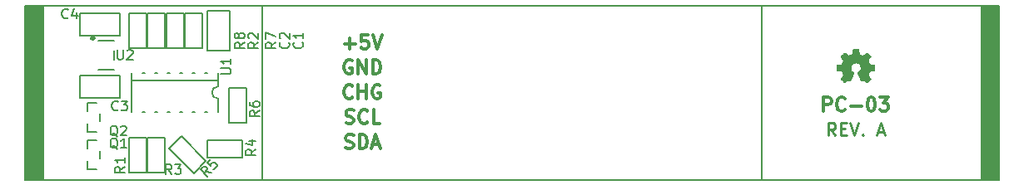
<source format=gto>
G04 #@! TF.FileFunction,Legend,Top*
%FSLAX46Y46*%
G04 Gerber Fmt 4.6, Leading zero omitted, Abs format (unit mm)*
G04 Created by KiCad (PCBNEW (2016-05-03 BZR 6266)-product) date Thu Jul 21 03:13:36 2016*
%MOMM*%
%LPD*%
G01*
G04 APERTURE LIST*
%ADD10C,0.350000*%
%ADD11C,0.200000*%
%ADD12C,0.254000*%
%ADD13C,0.304800*%
%ADD14C,0.300000*%
%ADD15C,0.150000*%
%ADD16C,0.180000*%
%ADD17C,0.002540*%
G04 APERTURE END LIST*
D10*
D11*
X173990000Y-113538000D02*
X173990000Y-95758000D01*
X123190000Y-113538000D02*
X123190000Y-95758000D01*
D12*
X181458810Y-109032524D02*
X181035477Y-108427762D01*
X180733096Y-109032524D02*
X180733096Y-107762524D01*
X181216905Y-107762524D01*
X181337858Y-107823000D01*
X181398334Y-107883476D01*
X181458810Y-108004429D01*
X181458810Y-108185857D01*
X181398334Y-108306810D01*
X181337858Y-108367286D01*
X181216905Y-108427762D01*
X180733096Y-108427762D01*
X182003096Y-108367286D02*
X182426429Y-108367286D01*
X182607858Y-109032524D02*
X182003096Y-109032524D01*
X182003096Y-107762524D01*
X182607858Y-107762524D01*
X182970715Y-107762524D02*
X183394049Y-109032524D01*
X183817382Y-107762524D01*
X184240715Y-108911571D02*
X184301191Y-108972048D01*
X184240715Y-109032524D01*
X184180239Y-108972048D01*
X184240715Y-108911571D01*
X184240715Y-109032524D01*
X185752620Y-108669667D02*
X186357382Y-108669667D01*
X185631667Y-109032524D02*
X186055001Y-107762524D01*
X186478334Y-109032524D01*
D13*
X180255334Y-106549976D02*
X180255334Y-105152976D01*
X180787525Y-105152976D01*
X180920572Y-105219500D01*
X180987096Y-105286024D01*
X181053620Y-105419071D01*
X181053620Y-105618643D01*
X180987096Y-105751690D01*
X180920572Y-105818214D01*
X180787525Y-105884738D01*
X180255334Y-105884738D01*
X182450620Y-106416929D02*
X182384096Y-106483452D01*
X182184525Y-106549976D01*
X182051477Y-106549976D01*
X181851905Y-106483452D01*
X181718858Y-106350405D01*
X181652334Y-106217357D01*
X181585810Y-105951262D01*
X181585810Y-105751690D01*
X181652334Y-105485595D01*
X181718858Y-105352548D01*
X181851905Y-105219500D01*
X182051477Y-105152976D01*
X182184525Y-105152976D01*
X182384096Y-105219500D01*
X182450620Y-105286024D01*
X183049334Y-106017786D02*
X184113715Y-106017786D01*
X185045048Y-105152976D02*
X185178096Y-105152976D01*
X185311144Y-105219500D01*
X185377667Y-105286024D01*
X185444191Y-105419071D01*
X185510715Y-105685167D01*
X185510715Y-106017786D01*
X185444191Y-106283881D01*
X185377667Y-106416929D01*
X185311144Y-106483452D01*
X185178096Y-106549976D01*
X185045048Y-106549976D01*
X184912001Y-106483452D01*
X184845477Y-106416929D01*
X184778953Y-106283881D01*
X184712429Y-106017786D01*
X184712429Y-105685167D01*
X184778953Y-105419071D01*
X184845477Y-105286024D01*
X184912001Y-105219500D01*
X185045048Y-105152976D01*
X185976381Y-105152976D02*
X186841191Y-105152976D01*
X186375524Y-105685167D01*
X186575096Y-105685167D01*
X186708143Y-105751690D01*
X186774667Y-105818214D01*
X186841191Y-105951262D01*
X186841191Y-106283881D01*
X186774667Y-106416929D01*
X186708143Y-106483452D01*
X186575096Y-106549976D01*
X186175953Y-106549976D01*
X186042905Y-106483452D01*
X185976381Y-106416929D01*
D14*
X131653643Y-110293452D02*
X131853215Y-110359976D01*
X132185834Y-110359976D01*
X132318881Y-110293452D01*
X132385405Y-110226929D01*
X132451929Y-110093881D01*
X132451929Y-109960833D01*
X132385405Y-109827786D01*
X132318881Y-109761262D01*
X132185834Y-109694738D01*
X131919738Y-109628214D01*
X131786691Y-109561690D01*
X131720167Y-109495167D01*
X131653643Y-109362119D01*
X131653643Y-109229071D01*
X131720167Y-109096024D01*
X131786691Y-109029500D01*
X131919738Y-108962976D01*
X132252358Y-108962976D01*
X132451929Y-109029500D01*
X133050643Y-110359976D02*
X133050643Y-108962976D01*
X133383262Y-108962976D01*
X133582834Y-109029500D01*
X133715881Y-109162548D01*
X133782405Y-109295595D01*
X133848929Y-109561690D01*
X133848929Y-109761262D01*
X133782405Y-110027357D01*
X133715881Y-110160405D01*
X133582834Y-110293452D01*
X133383262Y-110359976D01*
X133050643Y-110359976D01*
X134381119Y-109960833D02*
X135046357Y-109960833D01*
X134248072Y-110359976D02*
X134713738Y-108962976D01*
X135179405Y-110359976D01*
X131686905Y-107753452D02*
X131886477Y-107819976D01*
X132219096Y-107819976D01*
X132352143Y-107753452D01*
X132418667Y-107686929D01*
X132485191Y-107553881D01*
X132485191Y-107420833D01*
X132418667Y-107287786D01*
X132352143Y-107221262D01*
X132219096Y-107154738D01*
X131953000Y-107088214D01*
X131819953Y-107021690D01*
X131753429Y-106955167D01*
X131686905Y-106822119D01*
X131686905Y-106689071D01*
X131753429Y-106556024D01*
X131819953Y-106489500D01*
X131953000Y-106422976D01*
X132285620Y-106422976D01*
X132485191Y-106489500D01*
X133882191Y-107686929D02*
X133815667Y-107753452D01*
X133616096Y-107819976D01*
X133483048Y-107819976D01*
X133283476Y-107753452D01*
X133150429Y-107620405D01*
X133083905Y-107487357D01*
X133017381Y-107221262D01*
X133017381Y-107021690D01*
X133083905Y-106755595D01*
X133150429Y-106622548D01*
X133283476Y-106489500D01*
X133483048Y-106422976D01*
X133616096Y-106422976D01*
X133815667Y-106489500D01*
X133882191Y-106556024D01*
X135146143Y-107819976D02*
X134480905Y-107819976D01*
X134480905Y-106422976D01*
X132352143Y-105146929D02*
X132285619Y-105213452D01*
X132086048Y-105279976D01*
X131953000Y-105279976D01*
X131753428Y-105213452D01*
X131620381Y-105080405D01*
X131553857Y-104947357D01*
X131487333Y-104681262D01*
X131487333Y-104481690D01*
X131553857Y-104215595D01*
X131620381Y-104082548D01*
X131753428Y-103949500D01*
X131953000Y-103882976D01*
X132086048Y-103882976D01*
X132285619Y-103949500D01*
X132352143Y-104016024D01*
X132950857Y-105279976D02*
X132950857Y-103882976D01*
X132950857Y-104548214D02*
X133749143Y-104548214D01*
X133749143Y-105279976D02*
X133749143Y-103882976D01*
X135146143Y-103949500D02*
X135013095Y-103882976D01*
X134813524Y-103882976D01*
X134613952Y-103949500D01*
X134480905Y-104082548D01*
X134414381Y-104215595D01*
X134347857Y-104481690D01*
X134347857Y-104681262D01*
X134414381Y-104947357D01*
X134480905Y-105080405D01*
X134613952Y-105213452D01*
X134813524Y-105279976D01*
X134946572Y-105279976D01*
X135146143Y-105213452D01*
X135212667Y-105146929D01*
X135212667Y-104681262D01*
X134946572Y-104681262D01*
X132285619Y-101409500D02*
X132152571Y-101342976D01*
X131953000Y-101342976D01*
X131753428Y-101409500D01*
X131620381Y-101542548D01*
X131553857Y-101675595D01*
X131487333Y-101941690D01*
X131487333Y-102141262D01*
X131553857Y-102407357D01*
X131620381Y-102540405D01*
X131753428Y-102673452D01*
X131953000Y-102739976D01*
X132086048Y-102739976D01*
X132285619Y-102673452D01*
X132352143Y-102606929D01*
X132352143Y-102141262D01*
X132086048Y-102141262D01*
X132950857Y-102739976D02*
X132950857Y-101342976D01*
X133749143Y-102739976D01*
X133749143Y-101342976D01*
X134414381Y-102739976D02*
X134414381Y-101342976D01*
X134747000Y-101342976D01*
X134946572Y-101409500D01*
X135079619Y-101542548D01*
X135146143Y-101675595D01*
X135212667Y-101941690D01*
X135212667Y-102141262D01*
X135146143Y-102407357D01*
X135079619Y-102540405D01*
X134946572Y-102673452D01*
X134747000Y-102739976D01*
X134414381Y-102739976D01*
X131553857Y-99667786D02*
X132618238Y-99667786D01*
X132086048Y-100199976D02*
X132086048Y-99135595D01*
X133948714Y-98802976D02*
X133283476Y-98802976D01*
X133216952Y-99468214D01*
X133283476Y-99401690D01*
X133416524Y-99335167D01*
X133749143Y-99335167D01*
X133882190Y-99401690D01*
X133948714Y-99468214D01*
X134015238Y-99601262D01*
X134015238Y-99933881D01*
X133948714Y-100066929D01*
X133882190Y-100133452D01*
X133749143Y-100199976D01*
X133416524Y-100199976D01*
X133283476Y-100133452D01*
X133216952Y-100066929D01*
X134414381Y-98802976D02*
X134880047Y-100199976D01*
X135345714Y-98802976D01*
D15*
X99060000Y-95758000D02*
X99060000Y-113538000D01*
X198120000Y-95758000D02*
X99060000Y-95758000D01*
X198120000Y-113538000D02*
X198120000Y-95758000D01*
X99060000Y-113538000D02*
X198120000Y-113538000D01*
D16*
X117602000Y-96266000D02*
X117602000Y-100330000D01*
X117602000Y-100330000D02*
X119888000Y-100330000D01*
X119888000Y-100330000D02*
X119888000Y-96266000D01*
X119888000Y-96266000D02*
X117602000Y-96266000D01*
X117094000Y-96520000D02*
X117094000Y-100076000D01*
X117094000Y-100076000D02*
X115316000Y-100076000D01*
X115316000Y-100076000D02*
X115316000Y-96520000D01*
X115316000Y-96520000D02*
X117094000Y-96520000D01*
D14*
X106065000Y-99088000D02*
G75*
G03X106065000Y-99088000I-150000J0D01*
G01*
D16*
X108115000Y-100388000D02*
X108115000Y-101288000D01*
X108115000Y-102288000D02*
X106515000Y-102288000D01*
X108115000Y-99388000D02*
X106515000Y-99388000D01*
X104648000Y-105156000D02*
X108712000Y-105156000D01*
X108712000Y-105156000D02*
X108712000Y-102870000D01*
X108712000Y-102870000D02*
X104648000Y-102870000D01*
X104648000Y-102870000D02*
X104648000Y-105156000D01*
X104648000Y-98806000D02*
X108712000Y-98806000D01*
X108712000Y-98806000D02*
X108712000Y-96520000D01*
X108712000Y-96520000D02*
X104648000Y-96520000D01*
X104648000Y-96520000D02*
X104648000Y-98806000D01*
X105395000Y-112448000D02*
X105395000Y-111648000D01*
X105395000Y-109548000D02*
X105395000Y-110348000D01*
X105395000Y-112448000D02*
X106345000Y-112448000D01*
X105395000Y-109548000D02*
X106345000Y-109548000D01*
X106695000Y-111348000D02*
X106695000Y-110648000D01*
X105395000Y-108638000D02*
X105395000Y-107838000D01*
X105395000Y-105738000D02*
X105395000Y-106538000D01*
X105395000Y-108638000D02*
X106345000Y-108638000D01*
X105395000Y-105738000D02*
X106345000Y-105738000D01*
X106695000Y-107538000D02*
X106695000Y-106838000D01*
D17*
G36*
X182361840Y-103626920D02*
X182382160Y-103616760D01*
X182425340Y-103588820D01*
X182488840Y-103545640D01*
X182565040Y-103497380D01*
X182638700Y-103444040D01*
X182702200Y-103403400D01*
X182745380Y-103375460D01*
X182763160Y-103365300D01*
X182773320Y-103370380D01*
X182808880Y-103385620D01*
X182862220Y-103413560D01*
X182890160Y-103428800D01*
X182938420Y-103449120D01*
X182963820Y-103454200D01*
X182966360Y-103446580D01*
X182984140Y-103411020D01*
X183012080Y-103347520D01*
X183047640Y-103266240D01*
X183088280Y-103169720D01*
X183134000Y-103065580D01*
X183177180Y-102958900D01*
X183220360Y-102857300D01*
X183255920Y-102765860D01*
X183286400Y-102692200D01*
X183306720Y-102641400D01*
X183314340Y-102618540D01*
X183311800Y-102613460D01*
X183286400Y-102590600D01*
X183245760Y-102560120D01*
X183156860Y-102486460D01*
X183065420Y-102374700D01*
X183012080Y-102247700D01*
X182994300Y-102108000D01*
X183009540Y-101981000D01*
X183060340Y-101854000D01*
X183146700Y-101742240D01*
X183253380Y-101658420D01*
X183377840Y-101607620D01*
X183515000Y-101589840D01*
X183647080Y-101605080D01*
X183774080Y-101655880D01*
X183885840Y-101739700D01*
X183934100Y-101795580D01*
X184000140Y-101909880D01*
X184035700Y-102031800D01*
X184040780Y-102062280D01*
X184035700Y-102194360D01*
X183995060Y-102321360D01*
X183923940Y-102435660D01*
X183827420Y-102529640D01*
X183814720Y-102539800D01*
X183769000Y-102572820D01*
X183738520Y-102598220D01*
X183715660Y-102616000D01*
X183885840Y-103027480D01*
X183913780Y-103090980D01*
X183959500Y-103202740D01*
X184000140Y-103299260D01*
X184033160Y-103378000D01*
X184056020Y-103428800D01*
X184066180Y-103449120D01*
X184066180Y-103451660D01*
X184081420Y-103454200D01*
X184114440Y-103441500D01*
X184170320Y-103413560D01*
X184208420Y-103395780D01*
X184251600Y-103372920D01*
X184271920Y-103365300D01*
X184287160Y-103375460D01*
X184330340Y-103400860D01*
X184391300Y-103441500D01*
X184464960Y-103492300D01*
X184533540Y-103540560D01*
X184599580Y-103583740D01*
X184645300Y-103611680D01*
X184668160Y-103624380D01*
X184670700Y-103624380D01*
X184691020Y-103614220D01*
X184729120Y-103583740D01*
X184785000Y-103530400D01*
X184863740Y-103451660D01*
X184876440Y-103438960D01*
X184939940Y-103372920D01*
X184993280Y-103317040D01*
X185028840Y-103278940D01*
X185041540Y-103261160D01*
X185041540Y-103261160D01*
X185028840Y-103238300D01*
X185000900Y-103192580D01*
X184957720Y-103126540D01*
X184906920Y-103050340D01*
X184769760Y-102852220D01*
X184843420Y-102666800D01*
X184866280Y-102610920D01*
X184896760Y-102539800D01*
X184917080Y-102491540D01*
X184929780Y-102468680D01*
X184950100Y-102463600D01*
X185000900Y-102450900D01*
X185074560Y-102435660D01*
X185163460Y-102417880D01*
X185247280Y-102402640D01*
X185323480Y-102389940D01*
X185376820Y-102377240D01*
X185402220Y-102372160D01*
X185407300Y-102369620D01*
X185412380Y-102356920D01*
X185414920Y-102331520D01*
X185417460Y-102285800D01*
X185417460Y-102214680D01*
X185417460Y-102108000D01*
X185417460Y-102100380D01*
X185417460Y-101998780D01*
X185414920Y-101920040D01*
X185412380Y-101866700D01*
X185409840Y-101846380D01*
X185409840Y-101846380D01*
X185386980Y-101838760D01*
X185331100Y-101828600D01*
X185257440Y-101813360D01*
X185166000Y-101795580D01*
X185160920Y-101795580D01*
X185069480Y-101777800D01*
X184995820Y-101762560D01*
X184942480Y-101749860D01*
X184919620Y-101742240D01*
X184914540Y-101737160D01*
X184896760Y-101701600D01*
X184871360Y-101645720D01*
X184840880Y-101577140D01*
X184812940Y-101506020D01*
X184785000Y-101442520D01*
X184769760Y-101396800D01*
X184764680Y-101373940D01*
X184764680Y-101373940D01*
X184777380Y-101351080D01*
X184807860Y-101305360D01*
X184853580Y-101239320D01*
X184904380Y-101163120D01*
X184909460Y-101158040D01*
X184960260Y-101081840D01*
X185003440Y-101018340D01*
X185031380Y-100972620D01*
X185041540Y-100949760D01*
X185041540Y-100949760D01*
X185023760Y-100926900D01*
X184985660Y-100883720D01*
X184929780Y-100825300D01*
X184863740Y-100759260D01*
X184840880Y-100736400D01*
X184767220Y-100665280D01*
X184716420Y-100617020D01*
X184683400Y-100591620D01*
X184668160Y-100586540D01*
X184668160Y-100586540D01*
X184645300Y-100601780D01*
X184597040Y-100632260D01*
X184531000Y-100677980D01*
X184454800Y-100728780D01*
X184449720Y-100733860D01*
X184373520Y-100784660D01*
X184310020Y-100827840D01*
X184264300Y-100858320D01*
X184243980Y-100868480D01*
X184241440Y-100868480D01*
X184210960Y-100860860D01*
X184157620Y-100840540D01*
X184089040Y-100815140D01*
X184020460Y-100787200D01*
X183954420Y-100759260D01*
X183906160Y-100738940D01*
X183885840Y-100726240D01*
X183883300Y-100723700D01*
X183875680Y-100695760D01*
X183862980Y-100639880D01*
X183847740Y-100561140D01*
X183829960Y-100467160D01*
X183827420Y-100454460D01*
X183809640Y-100363020D01*
X183794400Y-100286820D01*
X183784240Y-100236020D01*
X183779160Y-100215700D01*
X183766460Y-100210620D01*
X183720740Y-100208080D01*
X183654700Y-100205540D01*
X183570880Y-100205540D01*
X183487060Y-100205540D01*
X183403240Y-100208080D01*
X183332120Y-100210620D01*
X183278780Y-100213160D01*
X183258460Y-100218240D01*
X183258460Y-100218240D01*
X183248300Y-100248720D01*
X183238140Y-100304600D01*
X183220360Y-100383340D01*
X183202580Y-100477320D01*
X183200040Y-100492560D01*
X183182260Y-100584000D01*
X183167020Y-100657660D01*
X183156860Y-100708460D01*
X183151780Y-100728780D01*
X183141620Y-100733860D01*
X183106060Y-100749100D01*
X183045100Y-100774500D01*
X182968900Y-100804980D01*
X182793640Y-100876100D01*
X182580280Y-100728780D01*
X182562500Y-100716080D01*
X182483760Y-100665280D01*
X182420260Y-100622100D01*
X182377080Y-100594160D01*
X182359300Y-100584000D01*
X182356760Y-100584000D01*
X182336440Y-100601780D01*
X182293260Y-100642420D01*
X182237380Y-100698300D01*
X182168800Y-100766880D01*
X182118000Y-100815140D01*
X182059580Y-100876100D01*
X182024020Y-100916740D01*
X182003700Y-100942140D01*
X181996080Y-100957380D01*
X181996080Y-100967540D01*
X182011320Y-100990400D01*
X182041800Y-101036120D01*
X182087520Y-101102160D01*
X182138320Y-101178360D01*
X182181500Y-101239320D01*
X182227220Y-101312980D01*
X182257700Y-101363780D01*
X182267860Y-101389180D01*
X182265320Y-101399340D01*
X182250080Y-101439980D01*
X182224680Y-101503480D01*
X182194200Y-101579680D01*
X182118000Y-101749860D01*
X182008780Y-101770180D01*
X181940200Y-101782880D01*
X181846220Y-101800660D01*
X181757320Y-101818440D01*
X181615080Y-101846380D01*
X181610000Y-102359460D01*
X181632860Y-102369620D01*
X181653180Y-102374700D01*
X181706520Y-102387400D01*
X181780180Y-102402640D01*
X181866540Y-102417880D01*
X181942740Y-102433120D01*
X182016400Y-102445820D01*
X182072280Y-102455980D01*
X182095140Y-102461060D01*
X182102760Y-102468680D01*
X182120540Y-102506780D01*
X182145940Y-102565200D01*
X182176420Y-102633780D01*
X182206900Y-102707440D01*
X182234840Y-102773480D01*
X182252620Y-102824280D01*
X182260240Y-102849680D01*
X182247540Y-102870000D01*
X182219600Y-102913180D01*
X182178960Y-102976680D01*
X182128160Y-103052880D01*
X182077360Y-103126540D01*
X182034180Y-103190040D01*
X182003700Y-103235760D01*
X181991000Y-103258620D01*
X181996080Y-103271320D01*
X182026560Y-103306880D01*
X182082440Y-103367840D01*
X182166260Y-103449120D01*
X182181500Y-103461820D01*
X182247540Y-103527860D01*
X182303420Y-103578660D01*
X182344060Y-103614220D01*
X182361840Y-103626920D01*
X182361840Y-103626920D01*
G37*
X182361840Y-103626920D02*
X182382160Y-103616760D01*
X182425340Y-103588820D01*
X182488840Y-103545640D01*
X182565040Y-103497380D01*
X182638700Y-103444040D01*
X182702200Y-103403400D01*
X182745380Y-103375460D01*
X182763160Y-103365300D01*
X182773320Y-103370380D01*
X182808880Y-103385620D01*
X182862220Y-103413560D01*
X182890160Y-103428800D01*
X182938420Y-103449120D01*
X182963820Y-103454200D01*
X182966360Y-103446580D01*
X182984140Y-103411020D01*
X183012080Y-103347520D01*
X183047640Y-103266240D01*
X183088280Y-103169720D01*
X183134000Y-103065580D01*
X183177180Y-102958900D01*
X183220360Y-102857300D01*
X183255920Y-102765860D01*
X183286400Y-102692200D01*
X183306720Y-102641400D01*
X183314340Y-102618540D01*
X183311800Y-102613460D01*
X183286400Y-102590600D01*
X183245760Y-102560120D01*
X183156860Y-102486460D01*
X183065420Y-102374700D01*
X183012080Y-102247700D01*
X182994300Y-102108000D01*
X183009540Y-101981000D01*
X183060340Y-101854000D01*
X183146700Y-101742240D01*
X183253380Y-101658420D01*
X183377840Y-101607620D01*
X183515000Y-101589840D01*
X183647080Y-101605080D01*
X183774080Y-101655880D01*
X183885840Y-101739700D01*
X183934100Y-101795580D01*
X184000140Y-101909880D01*
X184035700Y-102031800D01*
X184040780Y-102062280D01*
X184035700Y-102194360D01*
X183995060Y-102321360D01*
X183923940Y-102435660D01*
X183827420Y-102529640D01*
X183814720Y-102539800D01*
X183769000Y-102572820D01*
X183738520Y-102598220D01*
X183715660Y-102616000D01*
X183885840Y-103027480D01*
X183913780Y-103090980D01*
X183959500Y-103202740D01*
X184000140Y-103299260D01*
X184033160Y-103378000D01*
X184056020Y-103428800D01*
X184066180Y-103449120D01*
X184066180Y-103451660D01*
X184081420Y-103454200D01*
X184114440Y-103441500D01*
X184170320Y-103413560D01*
X184208420Y-103395780D01*
X184251600Y-103372920D01*
X184271920Y-103365300D01*
X184287160Y-103375460D01*
X184330340Y-103400860D01*
X184391300Y-103441500D01*
X184464960Y-103492300D01*
X184533540Y-103540560D01*
X184599580Y-103583740D01*
X184645300Y-103611680D01*
X184668160Y-103624380D01*
X184670700Y-103624380D01*
X184691020Y-103614220D01*
X184729120Y-103583740D01*
X184785000Y-103530400D01*
X184863740Y-103451660D01*
X184876440Y-103438960D01*
X184939940Y-103372920D01*
X184993280Y-103317040D01*
X185028840Y-103278940D01*
X185041540Y-103261160D01*
X185041540Y-103261160D01*
X185028840Y-103238300D01*
X185000900Y-103192580D01*
X184957720Y-103126540D01*
X184906920Y-103050340D01*
X184769760Y-102852220D01*
X184843420Y-102666800D01*
X184866280Y-102610920D01*
X184896760Y-102539800D01*
X184917080Y-102491540D01*
X184929780Y-102468680D01*
X184950100Y-102463600D01*
X185000900Y-102450900D01*
X185074560Y-102435660D01*
X185163460Y-102417880D01*
X185247280Y-102402640D01*
X185323480Y-102389940D01*
X185376820Y-102377240D01*
X185402220Y-102372160D01*
X185407300Y-102369620D01*
X185412380Y-102356920D01*
X185414920Y-102331520D01*
X185417460Y-102285800D01*
X185417460Y-102214680D01*
X185417460Y-102108000D01*
X185417460Y-102100380D01*
X185417460Y-101998780D01*
X185414920Y-101920040D01*
X185412380Y-101866700D01*
X185409840Y-101846380D01*
X185409840Y-101846380D01*
X185386980Y-101838760D01*
X185331100Y-101828600D01*
X185257440Y-101813360D01*
X185166000Y-101795580D01*
X185160920Y-101795580D01*
X185069480Y-101777800D01*
X184995820Y-101762560D01*
X184942480Y-101749860D01*
X184919620Y-101742240D01*
X184914540Y-101737160D01*
X184896760Y-101701600D01*
X184871360Y-101645720D01*
X184840880Y-101577140D01*
X184812940Y-101506020D01*
X184785000Y-101442520D01*
X184769760Y-101396800D01*
X184764680Y-101373940D01*
X184764680Y-101373940D01*
X184777380Y-101351080D01*
X184807860Y-101305360D01*
X184853580Y-101239320D01*
X184904380Y-101163120D01*
X184909460Y-101158040D01*
X184960260Y-101081840D01*
X185003440Y-101018340D01*
X185031380Y-100972620D01*
X185041540Y-100949760D01*
X185041540Y-100949760D01*
X185023760Y-100926900D01*
X184985660Y-100883720D01*
X184929780Y-100825300D01*
X184863740Y-100759260D01*
X184840880Y-100736400D01*
X184767220Y-100665280D01*
X184716420Y-100617020D01*
X184683400Y-100591620D01*
X184668160Y-100586540D01*
X184668160Y-100586540D01*
X184645300Y-100601780D01*
X184597040Y-100632260D01*
X184531000Y-100677980D01*
X184454800Y-100728780D01*
X184449720Y-100733860D01*
X184373520Y-100784660D01*
X184310020Y-100827840D01*
X184264300Y-100858320D01*
X184243980Y-100868480D01*
X184241440Y-100868480D01*
X184210960Y-100860860D01*
X184157620Y-100840540D01*
X184089040Y-100815140D01*
X184020460Y-100787200D01*
X183954420Y-100759260D01*
X183906160Y-100738940D01*
X183885840Y-100726240D01*
X183883300Y-100723700D01*
X183875680Y-100695760D01*
X183862980Y-100639880D01*
X183847740Y-100561140D01*
X183829960Y-100467160D01*
X183827420Y-100454460D01*
X183809640Y-100363020D01*
X183794400Y-100286820D01*
X183784240Y-100236020D01*
X183779160Y-100215700D01*
X183766460Y-100210620D01*
X183720740Y-100208080D01*
X183654700Y-100205540D01*
X183570880Y-100205540D01*
X183487060Y-100205540D01*
X183403240Y-100208080D01*
X183332120Y-100210620D01*
X183278780Y-100213160D01*
X183258460Y-100218240D01*
X183258460Y-100218240D01*
X183248300Y-100248720D01*
X183238140Y-100304600D01*
X183220360Y-100383340D01*
X183202580Y-100477320D01*
X183200040Y-100492560D01*
X183182260Y-100584000D01*
X183167020Y-100657660D01*
X183156860Y-100708460D01*
X183151780Y-100728780D01*
X183141620Y-100733860D01*
X183106060Y-100749100D01*
X183045100Y-100774500D01*
X182968900Y-100804980D01*
X182793640Y-100876100D01*
X182580280Y-100728780D01*
X182562500Y-100716080D01*
X182483760Y-100665280D01*
X182420260Y-100622100D01*
X182377080Y-100594160D01*
X182359300Y-100584000D01*
X182356760Y-100584000D01*
X182336440Y-100601780D01*
X182293260Y-100642420D01*
X182237380Y-100698300D01*
X182168800Y-100766880D01*
X182118000Y-100815140D01*
X182059580Y-100876100D01*
X182024020Y-100916740D01*
X182003700Y-100942140D01*
X181996080Y-100957380D01*
X181996080Y-100967540D01*
X182011320Y-100990400D01*
X182041800Y-101036120D01*
X182087520Y-101102160D01*
X182138320Y-101178360D01*
X182181500Y-101239320D01*
X182227220Y-101312980D01*
X182257700Y-101363780D01*
X182267860Y-101389180D01*
X182265320Y-101399340D01*
X182250080Y-101439980D01*
X182224680Y-101503480D01*
X182194200Y-101579680D01*
X182118000Y-101749860D01*
X182008780Y-101770180D01*
X181940200Y-101782880D01*
X181846220Y-101800660D01*
X181757320Y-101818440D01*
X181615080Y-101846380D01*
X181610000Y-102359460D01*
X181632860Y-102369620D01*
X181653180Y-102374700D01*
X181706520Y-102387400D01*
X181780180Y-102402640D01*
X181866540Y-102417880D01*
X181942740Y-102433120D01*
X182016400Y-102445820D01*
X182072280Y-102455980D01*
X182095140Y-102461060D01*
X182102760Y-102468680D01*
X182120540Y-102506780D01*
X182145940Y-102565200D01*
X182176420Y-102633780D01*
X182206900Y-102707440D01*
X182234840Y-102773480D01*
X182252620Y-102824280D01*
X182260240Y-102849680D01*
X182247540Y-102870000D01*
X182219600Y-102913180D01*
X182178960Y-102976680D01*
X182128160Y-103052880D01*
X182077360Y-103126540D01*
X182034180Y-103190040D01*
X182003700Y-103235760D01*
X181991000Y-103258620D01*
X181996080Y-103271320D01*
X182026560Y-103306880D01*
X182082440Y-103367840D01*
X182166260Y-103449120D01*
X182181500Y-103461820D01*
X182247540Y-103527860D01*
X182303420Y-103578660D01*
X182344060Y-103614220D01*
X182361840Y-103626920D01*
D16*
X109601000Y-112776000D02*
X109601000Y-109220000D01*
X109601000Y-109220000D02*
X111379000Y-109220000D01*
X111379000Y-109220000D02*
X111379000Y-112776000D01*
X111379000Y-112776000D02*
X109601000Y-112776000D01*
X113284000Y-96520000D02*
X113284000Y-100076000D01*
X113284000Y-100076000D02*
X111506000Y-100076000D01*
X111506000Y-100076000D02*
X111506000Y-96520000D01*
X111506000Y-96520000D02*
X113284000Y-96520000D01*
X111506000Y-112776000D02*
X111506000Y-109220000D01*
X111506000Y-109220000D02*
X113284000Y-109220000D01*
X113284000Y-109220000D02*
X113284000Y-112776000D01*
X113284000Y-112776000D02*
X111506000Y-112776000D01*
X117602000Y-109474000D02*
X121158000Y-109474000D01*
X121158000Y-109474000D02*
X121158000Y-111252000D01*
X121158000Y-111252000D02*
X117602000Y-111252000D01*
X117602000Y-111252000D02*
X117602000Y-109474000D01*
X114941382Y-109112146D02*
X117455854Y-111626618D01*
X117455854Y-111626618D02*
X116198618Y-112883854D01*
X116198618Y-112883854D02*
X113684146Y-110369382D01*
X113684146Y-110369382D02*
X114941382Y-109112146D01*
X119761000Y-107696000D02*
X119761000Y-104140000D01*
X119761000Y-104140000D02*
X121539000Y-104140000D01*
X121539000Y-104140000D02*
X121539000Y-107696000D01*
X121539000Y-107696000D02*
X119761000Y-107696000D01*
X113411000Y-100076000D02*
X113411000Y-96520000D01*
X113411000Y-96520000D02*
X115189000Y-96520000D01*
X115189000Y-96520000D02*
X115189000Y-100076000D01*
X115189000Y-100076000D02*
X113411000Y-100076000D01*
X109601000Y-100076000D02*
X109601000Y-96520000D01*
X109601000Y-96520000D02*
X111379000Y-96520000D01*
X111379000Y-96520000D02*
X111379000Y-100076000D01*
X111379000Y-100076000D02*
X109601000Y-100076000D01*
X109900000Y-106598000D02*
X109900000Y-102698000D01*
X118700000Y-102698000D02*
X118700000Y-104013000D01*
X118700000Y-105283000D02*
X118700000Y-106598000D01*
X109900000Y-103448000D02*
X118700000Y-103448000D01*
X117602000Y-106598000D02*
X117348000Y-106598000D01*
X116332000Y-106598000D02*
X116078000Y-106598000D01*
X115062000Y-106598000D02*
X114808000Y-106598000D01*
X117602000Y-102698000D02*
X117348000Y-102698000D01*
X116332000Y-102698000D02*
X116078000Y-102698000D01*
X115062000Y-102698000D02*
X114808000Y-102698000D01*
X118700000Y-104013000D02*
G75*
G03X118700000Y-105283000I0J-635000D01*
G01*
X115062000Y-106598000D02*
X114808000Y-106598000D01*
X113792000Y-106598000D02*
X113538000Y-106598000D01*
X112522000Y-106598000D02*
X112268000Y-106598000D01*
X111252000Y-106598000D02*
X110998000Y-106598000D01*
X113792000Y-102698000D02*
X113538000Y-102698000D01*
X112522000Y-102698000D02*
X112268000Y-102698000D01*
X111252000Y-102698000D02*
X110998000Y-102698000D01*
X127238143Y-99520476D02*
X127285762Y-99568095D01*
X127333381Y-99710952D01*
X127333381Y-99806190D01*
X127285762Y-99949048D01*
X127190524Y-100044286D01*
X127095286Y-100091905D01*
X126904810Y-100139524D01*
X126761952Y-100139524D01*
X126571476Y-100091905D01*
X126476238Y-100044286D01*
X126381000Y-99949048D01*
X126333381Y-99806190D01*
X126333381Y-99710952D01*
X126381000Y-99568095D01*
X126428619Y-99520476D01*
X127333381Y-98568095D02*
X127333381Y-99139524D01*
X127333381Y-98853810D02*
X126333381Y-98853810D01*
X126476238Y-98949048D01*
X126571476Y-99044286D01*
X126619095Y-99139524D01*
X125841143Y-99520476D02*
X125888762Y-99568095D01*
X125936381Y-99710952D01*
X125936381Y-99806190D01*
X125888762Y-99949048D01*
X125793524Y-100044286D01*
X125698286Y-100091905D01*
X125507810Y-100139524D01*
X125364952Y-100139524D01*
X125174476Y-100091905D01*
X125079238Y-100044286D01*
X124984000Y-99949048D01*
X124936381Y-99806190D01*
X124936381Y-99710952D01*
X124984000Y-99568095D01*
X125031619Y-99520476D01*
X125031619Y-99139524D02*
X124984000Y-99091905D01*
X124936381Y-98996667D01*
X124936381Y-98758571D01*
X124984000Y-98663333D01*
X125031619Y-98615714D01*
X125126857Y-98568095D01*
X125222095Y-98568095D01*
X125364952Y-98615714D01*
X125936381Y-99187143D01*
X125936381Y-98568095D01*
X108442095Y-100298381D02*
X108442095Y-101107905D01*
X108489714Y-101203143D01*
X108537333Y-101250762D01*
X108632571Y-101298381D01*
X108823048Y-101298381D01*
X108918286Y-101250762D01*
X108965905Y-101203143D01*
X109013524Y-101107905D01*
X109013524Y-100298381D01*
X109442095Y-100393619D02*
X109489714Y-100346000D01*
X109584952Y-100298381D01*
X109823048Y-100298381D01*
X109918286Y-100346000D01*
X109965905Y-100393619D01*
X110013524Y-100488857D01*
X110013524Y-100584095D01*
X109965905Y-100726952D01*
X109394476Y-101298381D01*
X110013524Y-101298381D01*
X108505524Y-106410143D02*
X108457905Y-106457762D01*
X108315048Y-106505381D01*
X108219810Y-106505381D01*
X108076952Y-106457762D01*
X107981714Y-106362524D01*
X107934095Y-106267286D01*
X107886476Y-106076810D01*
X107886476Y-105933952D01*
X107934095Y-105743476D01*
X107981714Y-105648238D01*
X108076952Y-105553000D01*
X108219810Y-105505381D01*
X108315048Y-105505381D01*
X108457905Y-105553000D01*
X108505524Y-105600619D01*
X108838857Y-105505381D02*
X109457905Y-105505381D01*
X109124571Y-105886333D01*
X109267429Y-105886333D01*
X109362667Y-105933952D01*
X109410286Y-105981571D01*
X109457905Y-106076810D01*
X109457905Y-106314905D01*
X109410286Y-106410143D01*
X109362667Y-106457762D01*
X109267429Y-106505381D01*
X108981714Y-106505381D01*
X108886476Y-106457762D01*
X108838857Y-106410143D01*
X103425524Y-97012143D02*
X103377905Y-97059762D01*
X103235048Y-97107381D01*
X103139810Y-97107381D01*
X102996952Y-97059762D01*
X102901714Y-96964524D01*
X102854095Y-96869286D01*
X102806476Y-96678810D01*
X102806476Y-96535952D01*
X102854095Y-96345476D01*
X102901714Y-96250238D01*
X102996952Y-96155000D01*
X103139810Y-96107381D01*
X103235048Y-96107381D01*
X103377905Y-96155000D01*
X103425524Y-96202619D01*
X104282667Y-96440714D02*
X104282667Y-97107381D01*
X104044571Y-96059762D02*
X103806476Y-96774048D01*
X104425524Y-96774048D01*
X108473762Y-110410619D02*
X108378524Y-110363000D01*
X108283286Y-110267762D01*
X108140429Y-110124905D01*
X108045190Y-110077286D01*
X107949952Y-110077286D01*
X107997571Y-110315381D02*
X107902333Y-110267762D01*
X107807095Y-110172524D01*
X107759476Y-109982048D01*
X107759476Y-109648714D01*
X107807095Y-109458238D01*
X107902333Y-109363000D01*
X107997571Y-109315381D01*
X108188048Y-109315381D01*
X108283286Y-109363000D01*
X108378524Y-109458238D01*
X108426143Y-109648714D01*
X108426143Y-109982048D01*
X108378524Y-110172524D01*
X108283286Y-110267762D01*
X108188048Y-110315381D01*
X107997571Y-110315381D01*
X109378524Y-110315381D02*
X108807095Y-110315381D01*
X109092809Y-110315381D02*
X109092809Y-109315381D01*
X108997571Y-109458238D01*
X108902333Y-109553476D01*
X108807095Y-109601095D01*
X108473762Y-109140619D02*
X108378524Y-109093000D01*
X108283286Y-108997762D01*
X108140429Y-108854905D01*
X108045190Y-108807286D01*
X107949952Y-108807286D01*
X107997571Y-109045381D02*
X107902333Y-108997762D01*
X107807095Y-108902524D01*
X107759476Y-108712048D01*
X107759476Y-108378714D01*
X107807095Y-108188238D01*
X107902333Y-108093000D01*
X107997571Y-108045381D01*
X108188048Y-108045381D01*
X108283286Y-108093000D01*
X108378524Y-108188238D01*
X108426143Y-108378714D01*
X108426143Y-108712048D01*
X108378524Y-108902524D01*
X108283286Y-108997762D01*
X108188048Y-109045381D01*
X107997571Y-109045381D01*
X108807095Y-108140619D02*
X108854714Y-108093000D01*
X108949952Y-108045381D01*
X109188048Y-108045381D01*
X109283286Y-108093000D01*
X109330905Y-108140619D01*
X109378524Y-108235857D01*
X109378524Y-108331095D01*
X109330905Y-108473952D01*
X108759476Y-109045381D01*
X109378524Y-109045381D01*
X109172381Y-112220476D02*
X108696190Y-112553810D01*
X109172381Y-112791905D02*
X108172381Y-112791905D01*
X108172381Y-112410952D01*
X108220000Y-112315714D01*
X108267619Y-112268095D01*
X108362857Y-112220476D01*
X108505714Y-112220476D01*
X108600952Y-112268095D01*
X108648571Y-112315714D01*
X108696190Y-112410952D01*
X108696190Y-112791905D01*
X109172381Y-111268095D02*
X109172381Y-111839524D01*
X109172381Y-111553810D02*
X108172381Y-111553810D01*
X108315238Y-111649048D01*
X108410476Y-111744286D01*
X108458095Y-111839524D01*
X122761381Y-99520476D02*
X122285190Y-99853810D01*
X122761381Y-100091905D02*
X121761381Y-100091905D01*
X121761381Y-99710952D01*
X121809000Y-99615714D01*
X121856619Y-99568095D01*
X121951857Y-99520476D01*
X122094714Y-99520476D01*
X122189952Y-99568095D01*
X122237571Y-99615714D01*
X122285190Y-99710952D01*
X122285190Y-100091905D01*
X121856619Y-99139524D02*
X121809000Y-99091905D01*
X121761381Y-98996667D01*
X121761381Y-98758571D01*
X121809000Y-98663333D01*
X121856619Y-98615714D01*
X121951857Y-98568095D01*
X122047095Y-98568095D01*
X122189952Y-98615714D01*
X122761381Y-99187143D01*
X122761381Y-98568095D01*
X113966524Y-112982381D02*
X113633190Y-112506190D01*
X113395095Y-112982381D02*
X113395095Y-111982381D01*
X113776048Y-111982381D01*
X113871286Y-112030000D01*
X113918905Y-112077619D01*
X113966524Y-112172857D01*
X113966524Y-112315714D01*
X113918905Y-112410952D01*
X113871286Y-112458571D01*
X113776048Y-112506190D01*
X113395095Y-112506190D01*
X114299857Y-111982381D02*
X114918905Y-111982381D01*
X114585571Y-112363333D01*
X114728429Y-112363333D01*
X114823667Y-112410952D01*
X114871286Y-112458571D01*
X114918905Y-112553810D01*
X114918905Y-112791905D01*
X114871286Y-112887143D01*
X114823667Y-112934762D01*
X114728429Y-112982381D01*
X114442714Y-112982381D01*
X114347476Y-112934762D01*
X114299857Y-112887143D01*
X122507381Y-110442476D02*
X122031190Y-110775810D01*
X122507381Y-111013905D02*
X121507381Y-111013905D01*
X121507381Y-110632952D01*
X121555000Y-110537714D01*
X121602619Y-110490095D01*
X121697857Y-110442476D01*
X121840714Y-110442476D01*
X121935952Y-110490095D01*
X121983571Y-110537714D01*
X122031190Y-110632952D01*
X122031190Y-111013905D01*
X121840714Y-109585333D02*
X122507381Y-109585333D01*
X121459762Y-109823429D02*
X122174048Y-110061524D01*
X122174048Y-109442476D01*
X118013748Y-112804908D02*
X117441328Y-112703893D01*
X117609687Y-113208970D02*
X116902580Y-112501863D01*
X117171955Y-112232488D01*
X117272970Y-112198817D01*
X117340313Y-112198817D01*
X117441328Y-112232488D01*
X117542343Y-112333504D01*
X117576015Y-112434519D01*
X117576015Y-112501862D01*
X117542343Y-112602877D01*
X117272969Y-112872252D01*
X117946405Y-111458038D02*
X117609687Y-111794756D01*
X117912732Y-112165145D01*
X117912732Y-112097802D01*
X117946404Y-111996786D01*
X118114763Y-111828427D01*
X118215778Y-111794755D01*
X118283122Y-111794755D01*
X118384138Y-111828428D01*
X118552496Y-111996786D01*
X118586168Y-112097802D01*
X118586168Y-112165145D01*
X118552496Y-112266160D01*
X118384137Y-112434519D01*
X118283122Y-112468191D01*
X118215778Y-112468191D01*
X122888381Y-106505476D02*
X122412190Y-106838810D01*
X122888381Y-107076905D02*
X121888381Y-107076905D01*
X121888381Y-106695952D01*
X121936000Y-106600714D01*
X121983619Y-106553095D01*
X122078857Y-106505476D01*
X122221714Y-106505476D01*
X122316952Y-106553095D01*
X122364571Y-106600714D01*
X122412190Y-106695952D01*
X122412190Y-107076905D01*
X121888381Y-105648333D02*
X121888381Y-105838810D01*
X121936000Y-105934048D01*
X121983619Y-105981667D01*
X122126476Y-106076905D01*
X122316952Y-106124524D01*
X122697905Y-106124524D01*
X122793143Y-106076905D01*
X122840762Y-106029286D01*
X122888381Y-105934048D01*
X122888381Y-105743571D01*
X122840762Y-105648333D01*
X122793143Y-105600714D01*
X122697905Y-105553095D01*
X122459810Y-105553095D01*
X122364571Y-105600714D01*
X122316952Y-105648333D01*
X122269333Y-105743571D01*
X122269333Y-105934048D01*
X122316952Y-106029286D01*
X122364571Y-106076905D01*
X122459810Y-106124524D01*
X124539381Y-99520476D02*
X124063190Y-99853810D01*
X124539381Y-100091905D02*
X123539381Y-100091905D01*
X123539381Y-99710952D01*
X123587000Y-99615714D01*
X123634619Y-99568095D01*
X123729857Y-99520476D01*
X123872714Y-99520476D01*
X123967952Y-99568095D01*
X124015571Y-99615714D01*
X124063190Y-99710952D01*
X124063190Y-100091905D01*
X123539381Y-99187143D02*
X123539381Y-98520476D01*
X124539381Y-98949048D01*
X121364381Y-99520476D02*
X120888190Y-99853810D01*
X121364381Y-100091905D02*
X120364381Y-100091905D01*
X120364381Y-99710952D01*
X120412000Y-99615714D01*
X120459619Y-99568095D01*
X120554857Y-99520476D01*
X120697714Y-99520476D01*
X120792952Y-99568095D01*
X120840571Y-99615714D01*
X120888190Y-99710952D01*
X120888190Y-100091905D01*
X120792952Y-98949048D02*
X120745333Y-99044286D01*
X120697714Y-99091905D01*
X120602476Y-99139524D01*
X120554857Y-99139524D01*
X120459619Y-99091905D01*
X120412000Y-99044286D01*
X120364381Y-98949048D01*
X120364381Y-98758571D01*
X120412000Y-98663333D01*
X120459619Y-98615714D01*
X120554857Y-98568095D01*
X120602476Y-98568095D01*
X120697714Y-98615714D01*
X120745333Y-98663333D01*
X120792952Y-98758571D01*
X120792952Y-98949048D01*
X120840571Y-99044286D01*
X120888190Y-99091905D01*
X120983429Y-99139524D01*
X121173905Y-99139524D01*
X121269143Y-99091905D01*
X121316762Y-99044286D01*
X121364381Y-98949048D01*
X121364381Y-98758571D01*
X121316762Y-98663333D01*
X121269143Y-98615714D01*
X121173905Y-98568095D01*
X120983429Y-98568095D01*
X120888190Y-98615714D01*
X120840571Y-98663333D01*
X120792952Y-98758571D01*
X118967381Y-102758905D02*
X119776905Y-102758905D01*
X119872143Y-102711286D01*
X119919762Y-102663667D01*
X119967381Y-102568429D01*
X119967381Y-102377952D01*
X119919762Y-102282714D01*
X119872143Y-102235095D01*
X119776905Y-102187476D01*
X118967381Y-102187476D01*
X119967381Y-101187476D02*
X119967381Y-101758905D01*
X119967381Y-101473191D02*
X118967381Y-101473191D01*
X119110238Y-101568429D01*
X119205476Y-101663667D01*
X119253095Y-101758905D01*
D12*
G36*
X100838000Y-113411000D02*
X99187000Y-113411000D01*
X99187000Y-95885000D01*
X100838000Y-95885000D01*
X100838000Y-113411000D01*
X100838000Y-113411000D01*
G37*
X100838000Y-113411000D02*
X99187000Y-113411000D01*
X99187000Y-95885000D01*
X100838000Y-95885000D01*
X100838000Y-113411000D01*
G36*
X197993000Y-113411000D02*
X196342000Y-113411000D01*
X196342000Y-95885000D01*
X197993000Y-95885000D01*
X197993000Y-113411000D01*
X197993000Y-113411000D01*
G37*
X197993000Y-113411000D02*
X196342000Y-113411000D01*
X196342000Y-95885000D01*
X197993000Y-95885000D01*
X197993000Y-113411000D01*
M02*

</source>
